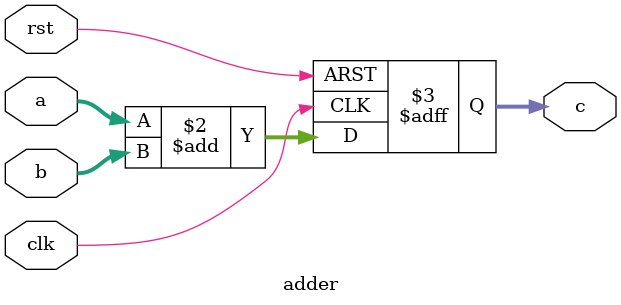
<source format=v>
module adder(
    input clk,
    input rst,
    input [7:0] a,
    input [7:0] b,
    output reg  [7:0]   c
    ); 
 
always@(posedge clk or posedge rst)begin
   if(rst)
     c <= 0;
   else
     c <= a + b;
 end
    
endmodule
</source>
